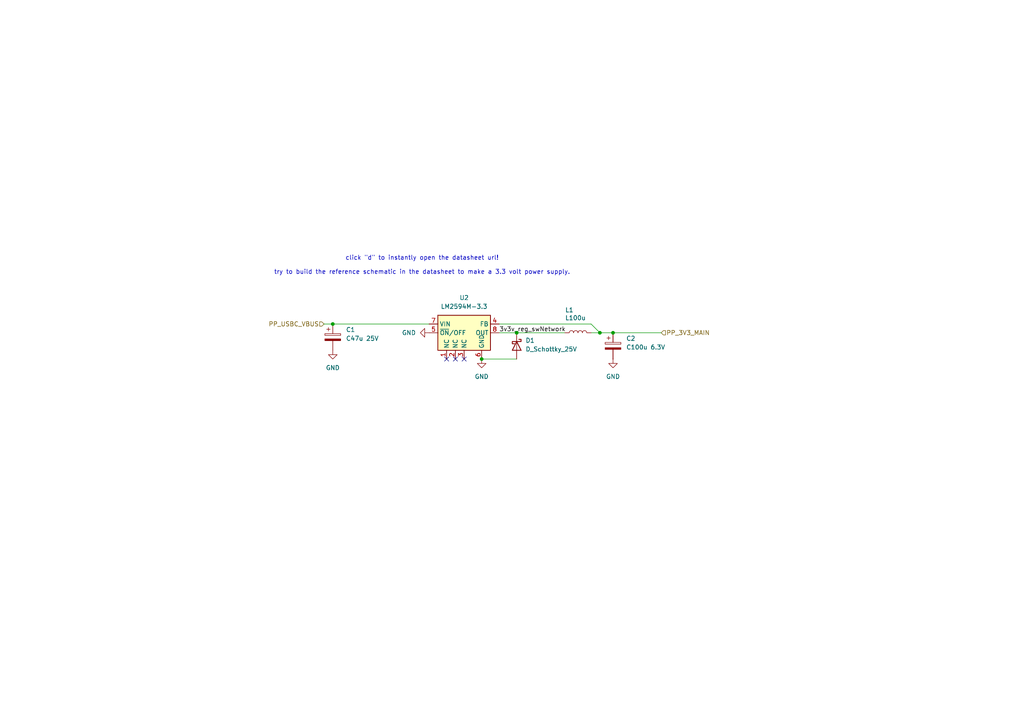
<source format=kicad_sch>
(kicad_sch (version 20250114) (generator "eeschema") (generator_version "9.0")
  (paper "A4")
  (lib_symbols
    (symbol "Device:C_Polarized" (pin_numbers (hide yes)) (pin_names (offset 0.254))
      (property "Reference" "C" (at 0.635 2.54 0))
      (property "Value" "C_Polarized" (at 0.635 -2.54 0))
      (symbol "C_Polarized_0_1"
        (rectangle (start -2.286 0.508) (end 2.286 1.016))
        (polyline (pts (xy -1.778 2.286) (xy -0.762 2.286)))
        (polyline (pts (xy -1.27 2.794) (xy -1.27 1.778)))
        (rectangle (start 2.286 -0.508) (end -2.286 -1.016) (fill (type outline)))
      )
      (symbol "C_Polarized_1_1"
        (pin passive line (at 0 3.81 270) (length 2.794) (name "~") (number "1"))
        (pin passive line (at 0 -3.81 90) (length 2.794) (name "~") (number "2"))
      )
    )
    (symbol "Device:D_Schottky" (pin_numbers (hide yes)) (pin_names (offset 1.016) (hide yes))
      (property "Reference" "D" (at 0 2.54 0))
      (property "Value" "D_Schottky" (at 0 -2.54 0))
      (symbol "D_Schottky_0_1"
        (polyline (pts (xy -1.905 0.635) (xy -1.905 1.27) (xy -1.27 1.27) (xy -1.27 -1.27) (xy -0.635 -1.27) (xy -0.635 -0.635)) (stroke (width 0.254)))
        (polyline (pts (xy 1.27 1.27) (xy 1.27 -1.27) (xy -1.27 0) (xy 1.27 1.27)) (stroke (width 0.254)))
        (polyline (pts (xy 1.27 0) (xy -1.27 0)))
      )
      (symbol "D_Schottky_1_1"
        (pin passive line (at -3.81 0 0) (length 2.54) (name "K") (number "1"))
        (pin passive line (at 3.81 0 180) (length 2.54) (name "A") (number "2"))
      )
    )
    (symbol "Device:L" (pin_numbers (hide yes)) (pin_names (offset 1.016) (hide yes))
      (property "Reference" "L" (at -1.27 0 90))
      (property "Value" "L" (at 1.905 0 90))
      (symbol "L_0_1"
        (arc (start 0 2.54) (mid 0.6323 1.905) (end 0 1.27))
        (arc (start 0 1.27) (mid 0.6323 0.635) (end 0 0))
        (arc (start 0 0) (mid 0.6323 -0.635) (end 0 -1.27))
        (arc (start 0 -1.27) (mid 0.6323 -1.905) (end 0 -2.54))
      )
      (symbol "L_1_1"
        (pin passive line (at 0 3.81 270) (length 1.27) (name "1") (number "1"))
        (pin passive line (at 0 -3.81 90) (length 1.27) (name "2") (number "2"))
      )
    )
    (symbol "Regulator_Switching:LM2594M-3.3"
      (property "Reference" "U" (at -7.62 6.35 0))
      (property "Value" "LM2594M-3.3" (at 0 6.35 0))
      (symbol "LM2594M-3.3_0_1"
        (rectangle (start -7.62 5.08) (end 7.62 -5.08) (stroke (width 0.254)) (fill (type background)))
      )
      (symbol "LM2594M-3.3_1_1"
        (pin power_in line (at -10.16 2.54 0) (length 2.54) (name "VIN") (number "7"))
        (pin input line (at -10.16 0 0) (length 2.54) (name "~{ON}/OFF") (number "5"))
        (pin passive line (at -5.08 -7.62 90) (length 2.54) (name "NC") (number "1"))
        (pin passive line (at -2.54 -7.62 90) (length 2.54) (name "NC") (number "2"))
        (pin passive line (at 0 -7.62 90) (length 2.54) (name "NC") (number "3"))
        (pin power_in line (at 5.08 -7.62 90) (length 2.54) (name "GND") (number "6"))
        (pin input line (at 10.16 2.54 180) (length 2.54) (name "FB") (number "4"))
        (pin output line (at 10.16 0 180) (length 2.54) (name "OUT") (number "8"))
      )
    )
    (symbol "power:GND" (power) (pin_numbers (hide yes)) (pin_names (offset 0) (hide yes))
      (property "Value" "GND" (at 0 -3.81 0))
      (symbol "GND_0_1"
        (polyline (pts (xy 0 0) (xy 0 -1.27) (xy 1.27 -1.27) (xy 0 -2.54) (xy -1.27 -1.27) (xy 0 -1.27)))
      )
      (symbol "GND_1_1"
        (pin power_in line (at 0 0 270) (length 0) (name "~") (number "1"))
      )
    )
  )
  (text "click \"d\" to instantly open the datasheet url!\n\ntry to build the reference schematic in the datasheet to make a 3.3 volt power supply." (at 122.428 76.962 0) (effects (font (size 1.27 1.27))))
  (junction (at 96.52 93.98))
  (junction (at 149.86 96.52))
  (junction (at 139.7 104.14))
  (junction (at 177.8 96.52))
  (junction (at 173.99 96.52))
  (no_connect (at 134.62 104.14))
  (no_connect (at 129.54 104.14))
  (no_connect (at 132.08 104.14))
  (wire (pts (xy 139.7 104.14) (xy 149.86 104.14)))
  (wire (pts (xy 171.45 93.98) (xy 173.99 96.52)))
  (wire (pts (xy 144.78 93.98) (xy 171.45 93.98)))
  (wire (pts (xy 93.98 93.98) (xy 96.52 93.98)))
  (wire (pts (xy 173.99 96.52) (xy 171.45 96.52)))
  (wire (pts (xy 191.77 96.52) (xy 177.8 96.52)))
  (wire (pts (xy 96.52 93.98) (xy 124.46 93.98)))
  (wire (pts (xy 163.83 96.52) (xy 149.86 96.52)))
  (wire (pts (xy 149.86 96.52) (xy 144.78 96.52)))
  (wire (pts (xy 177.8 96.52) (xy 173.99 96.52)))
  (label "3v3v_reg_swNetwork" (at 144.78 96.52 0))
  (hierarchical_label "PP_USBC_VBUS" (shape input) (at 93.98 93.98 180))
  (hierarchical_label "PP_3V3_MAIN" (shape input) (at 191.77 96.52 0))
  (symbol (lib_id "Device:L") (at 167.64 96.52 90) (unit 1)
    (property "Reference" "L1" (at 166.37 89.916 90) (effects (justify left)))
    (property "Value" "L100u" (at 169.926 92.202 90) (effects (justify left)))
    (property "Description" "Inductor" (effects (hide yes)))
  )
  (symbol (lib_id "power:GND") (at 177.8 104.14 0) (unit 1)
    (property "Reference" "#PWR04" (effects (hide yes)))
    (property "Value" "GND" (at 177.8 109.22 0))
    (property "Description" "Power symbol creates a global label with name \"GND\" , ground" (effects (hide yes)))
  )
  (symbol (lib_id "power:GND") (at 96.52 101.6 0) (unit 1)
    (property "Reference" "#PWR03" (effects (hide yes)))
    (property "Value" "GND" (at 96.52 106.68 0))
    (property "Description" "Power symbol creates a global label with name \"GND\" , ground" (effects (hide yes)))
  )
  (symbol (lib_id "Device:C_Polarized") (at 96.52 97.79 0) (unit 1)
    (property "Reference" "C1" (at 100.33 95.6309 0) (effects (justify left)))
    (property "Value" "C47u 25V" (at 100.33 98.1709 0) (effects (justify left)))
    (property "Description" "Polarized capacitor" (effects (hide yes)))
  )
  (symbol (lib_id "power:GND") (at 139.7 104.14 0) (unit 1)
    (property "Reference" "#PWR01" (effects (hide yes)))
    (property "Value" "GND" (at 139.7 109.22 0))
    (property "Description" "Power symbol creates a global label with name \"GND\" , ground" (effects (hide yes)))
  )
  (symbol (lib_id "Device:D_Schottky") (at 149.86 100.33 270) (unit 1)
    (property "Reference" "D1" (at 152.4 98.7424 90) (effects (justify left)))
    (property "Value" "D_Schottky_25V" (at 152.4 101.2824 90) (effects (justify left)))
    (property "Description" "Schottky diode" (effects (hide yes)))
  )
  (symbol (lib_id "Regulator_Switching:LM2594M-3.3") (at 134.62 96.52 0) (unit 1)
    (property "Reference" "U2" (at 134.62 86.36 0))
    (property "Value" "LM2594M-3.3" (at 134.62 88.9 0))
    (property "Footprint" "Package_SO:SOIC-8_3.9x4.9mm_P1.27mm" (effects (hide yes)))
    (property "Datasheet" "http://www.ti.com/lit/ds/symlink/lm2594.pdf" (effects (hide yes)))
    (property "Description" "3.3V, 0.5A SIMPLE SWITCHER® Step-Down Voltage Regulator, Maximum VIN 45V, SOIC-8" (effects (hide yes)))
  )
  (symbol (lib_id "Device:C_Polarized") (at 177.8 100.33 0) (unit 1)
    (property "Reference" "C2" (at 181.61 98.1709 0) (effects (justify left)))
    (property "Value" "C100u 6.3V" (at 181.61 100.7109 0) (effects (justify left)))
    (property "Description" "Polarized capacitor" (effects (hide yes)))
  )
  (symbol (lib_id "power:GND") (at 124.46 96.52 270) (unit 1)
    (property "Reference" "#PWR02" (effects (hide yes)))
    (property "Value" "GND" (at 120.65 96.5199 90) (effects (justify right)))
    (property "Description" "Power symbol creates a global label with name \"GND\" , ground" (effects (hide yes)))
  )
)
</source>
